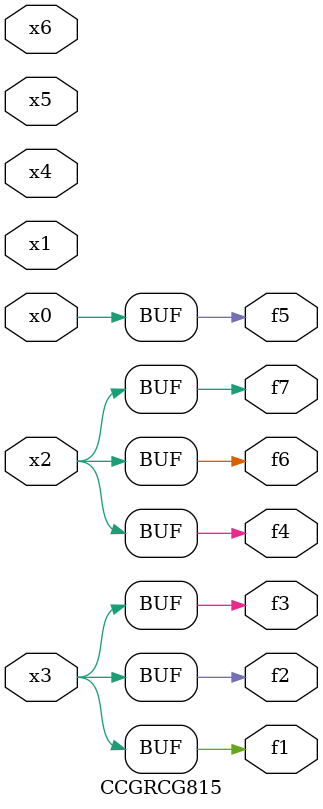
<source format=v>
module CCGRCG815(
	input x0, x1, x2, x3, x4, x5, x6,
	output f1, f2, f3, f4, f5, f6, f7
);
	assign f1 = x3;
	assign f2 = x3;
	assign f3 = x3;
	assign f4 = x2;
	assign f5 = x0;
	assign f6 = x2;
	assign f7 = x2;
endmodule

</source>
